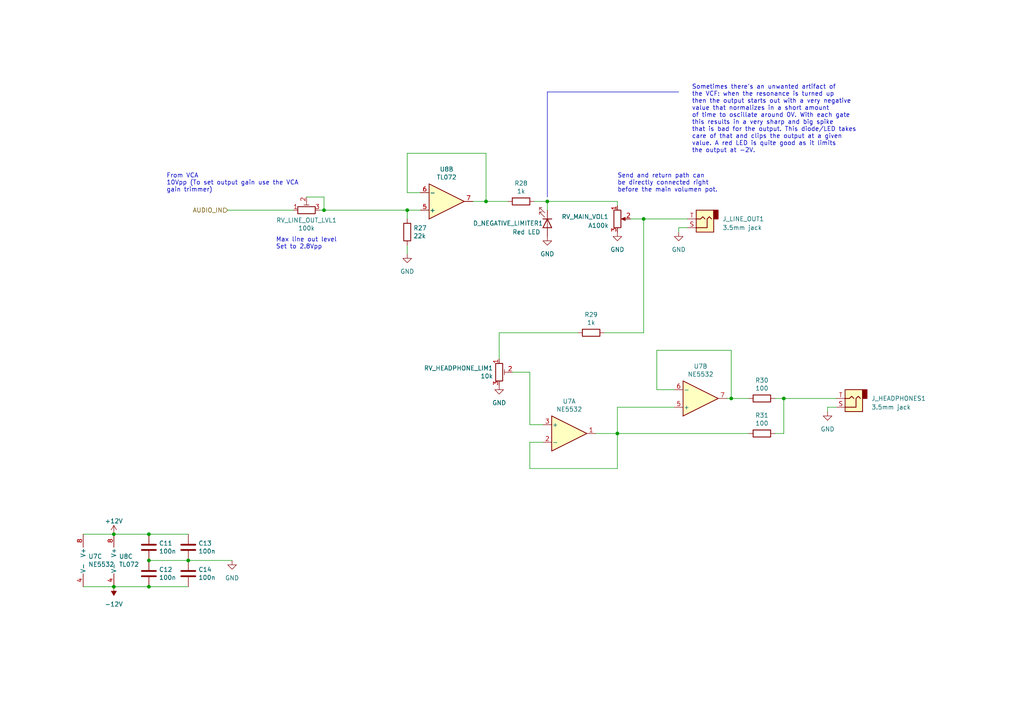
<source format=kicad_sch>
(kicad_sch (version 20230121) (generator eeschema)
  (paper "A4")
  (lib_symbols
    (symbol "+12V_1" (power) (pin_names (offset 0))
      (property "Value" "+12V_1" (at 0 3.556 0))
      (symbol "+12V_1_0_1"
        (polyline (pts (xy -0.762 1.27) (xy 0 2.54)))
        (polyline (pts (xy 0 0) (xy 0 2.54)))
        (polyline (pts (xy 0 2.54) (xy 0.762 1.27)))
      )
      (symbol "+12V_1_1_1"
        (pin power_in line (at 0 0 90) (length 0) hide (name "+12V") (number "1"))
      )
    )
    (symbol "Amplifier_Operational:NE5532" (pin_names (offset 0.127))
      (property "Reference" "U" (at 0 5.08 0))
      (property "Value" "NE5532" (at 0 -5.08 0))
      (symbol "NE5532_1_1"
        (polyline (pts (xy -5.08 5.08) (xy 5.08 0) (xy -5.08 -5.08) (xy -5.08 5.08)) (stroke (width 0.254)) (fill (type background)))
        (pin output line (at 7.62 0 180) (length 2.54) (name "~") (number "1"))
        (pin input line (at -7.62 -2.54 0) (length 2.54) (name "-") (number "2"))
        (pin input line (at -7.62 2.54 0) (length 2.54) (name "+") (number "3"))
      )
      (symbol "NE5532_2_1"
        (polyline (pts (xy -5.08 5.08) (xy 5.08 0) (xy -5.08 -5.08) (xy -5.08 5.08)) (stroke (width 0.254)) (fill (type background)))
        (pin input line (at -7.62 2.54 0) (length 2.54) (name "+") (number "5"))
        (pin input line (at -7.62 -2.54 0) (length 2.54) (name "-") (number "6"))
        (pin output line (at 7.62 0 180) (length 2.54) (name "~") (number "7"))
      )
      (symbol "NE5532_3_1"
        (pin power_in line (at -2.54 -7.62 90) (length 3.81) (name "V-") (number "4"))
        (pin power_in line (at -2.54 7.62 270) (length 3.81) (name "V+") (number "8"))
      )
    )
    (symbol "Amplifier_Operational:TL072" (pin_names (offset 0.127))
      (property "Reference" "U" (at 0 5.08 0))
      (property "Value" "TL072" (at 0 -5.08 0))
      (symbol "TL072_1_1"
        (polyline (pts (xy -5.08 5.08) (xy 5.08 0) (xy -5.08 -5.08) (xy -5.08 5.08)) (stroke (width 0.254)) (fill (type background)))
        (pin output line (at 7.62 0 180) (length 2.54) (name "~") (number "1"))
        (pin input line (at -7.62 -2.54 0) (length 2.54) (name "-") (number "2"))
        (pin input line (at -7.62 2.54 0) (length 2.54) (name "+") (number "3"))
      )
      (symbol "TL072_2_1"
        (polyline (pts (xy -5.08 5.08) (xy 5.08 0) (xy -5.08 -5.08) (xy -5.08 5.08)) (stroke (width 0.254)) (fill (type background)))
        (pin input line (at -7.62 2.54 0) (length 2.54) (name "+") (number "5"))
        (pin input line (at -7.62 -2.54 0) (length 2.54) (name "-") (number "6"))
        (pin output line (at 7.62 0 180) (length 2.54) (name "~") (number "7"))
      )
      (symbol "TL072_3_1"
        (pin power_in line (at -2.54 -7.62 90) (length 3.81) (name "V-") (number "4"))
        (pin power_in line (at -2.54 7.62 270) (length 3.81) (name "V+") (number "8"))
      )
    )
    (symbol "Connector_Audio:AudioJack2"
      (property "Reference" "J" (at 0 8.89 0))
      (property "Value" "AudioJack2" (at 0 6.35 0))
      (symbol "AudioJack2_0_1"
        (rectangle (start -3.81 0) (end -2.54 -2.54) (stroke (width 0.254)) (fill (type outline)))
        (rectangle (start -2.54 3.81) (end 2.54 -2.54) (stroke (width 0.254)) (fill (type background)))
        (polyline (pts (xy 0 0) (xy 0.635 -0.635) (xy 1.27 0) (xy 2.54 0)) (stroke (width 0.254)))
        (polyline (pts (xy 2.54 2.54) (xy -0.635 2.54) (xy -0.635 0) (xy -1.27 -0.635) (xy -1.905 0)) (stroke (width 0.254)))
      )
      (symbol "AudioJack2_1_1"
        (pin passive line (at 5.08 2.54 180) (length 2.54) (name "~") (number "S"))
        (pin passive line (at 5.08 0 180) (length 2.54) (name "~") (number "T"))
      )
    )
    (symbol "Device:C" (pin_numbers hide) (pin_names (offset 0.254))
      (property "Reference" "C" (at 0.635 2.54 0))
      (property "Value" "C" (at 0.635 -2.54 0))
      (symbol "C_0_1"
        (polyline (pts (xy -2.032 -0.762) (xy 2.032 -0.762)) (stroke (width 0.508)))
        (polyline (pts (xy -2.032 0.762) (xy 2.032 0.762)) (stroke (width 0.508)))
      )
      (symbol "C_1_1"
        (pin passive line (at 0 3.81 270) (length 2.794) (name "~") (number "1"))
        (pin passive line (at 0 -3.81 90) (length 2.794) (name "~") (number "2"))
      )
    )
    (symbol "Device:LED" (pin_numbers hide) (pin_names (offset 1.016) hide)
      (property "Reference" "D" (at 0 2.54 0))
      (property "Value" "LED" (at 0 -2.54 0))
      (symbol "LED_0_1"
        (polyline (pts (xy -1.27 -1.27) (xy -1.27 1.27)) (stroke (width 0.254)))
        (polyline (pts (xy -1.27 0) (xy 1.27 0)))
        (polyline (pts (xy 1.27 -1.27) (xy 1.27 1.27) (xy -1.27 0) (xy 1.27 -1.27)) (stroke (width 0.254)))
        (polyline (pts (xy -3.048 -0.762) (xy -4.572 -2.286) (xy -3.81 -2.286) (xy -4.572 -2.286) (xy -4.572 -1.524)))
        (polyline (pts (xy -1.778 -0.762) (xy -3.302 -2.286) (xy -2.54 -2.286) (xy -3.302 -2.286) (xy -3.302 -1.524)))
      )
      (symbol "LED_1_1"
        (pin passive line (at -3.81 0 0) (length 2.54) (name "K") (number "1"))
        (pin passive line (at 3.81 0 180) (length 2.54) (name "A") (number "2"))
      )
    )
    (symbol "Device:R" (pin_numbers hide) (pin_names (offset 0))
      (property "Reference" "R" (at 2.032 0 90))
      (property "Value" "R" (at 0 0 90))
      (symbol "R_0_1"
        (rectangle (start -1.016 -2.54) (end 1.016 2.54) (stroke (width 0.254)))
      )
      (symbol "R_1_1"
        (pin passive line (at 0 3.81 270) (length 1.27) (name "~") (number "1"))
        (pin passive line (at 0 -3.81 90) (length 1.27) (name "~") (number "2"))
      )
    )
    (symbol "Device:R_Potentiometer" (pin_names (offset 1.016) hide)
      (property "Reference" "RV" (at -4.445 0 90))
      (property "Value" "R_Potentiometer" (at -2.54 0 90))
      (symbol "R_Potentiometer_0_1"
        (polyline (pts (xy 2.54 0) (xy 1.524 0)))
        (polyline (pts (xy 1.143 0) (xy 2.286 0.508) (xy 2.286 -0.508) (xy 1.143 0)) (fill (type outline)))
        (rectangle (start 1.016 2.54) (end -1.016 -2.54) (stroke (width 0.254)))
      )
      (symbol "R_Potentiometer_1_1"
        (pin passive line (at 0 3.81 270) (length 1.27) (name "1") (number "1"))
        (pin passive line (at 3.81 0 180) (length 1.27) (name "2") (number "2"))
        (pin passive line (at 0 -3.81 90) (length 1.27) (name "3") (number "3"))
      )
    )
    (symbol "Device:R_Potentiometer_Trim" (pin_names (offset 1.016) hide)
      (property "Reference" "RV" (at -4.445 0 90))
      (property "Value" "R_Potentiometer_Trim" (at -2.54 0 90))
      (symbol "R_Potentiometer_Trim_0_1"
        (polyline (pts (xy 1.524 0.762) (xy 1.524 -0.762)))
        (polyline (pts (xy 2.54 0) (xy 1.524 0)))
        (rectangle (start 1.016 2.54) (end -1.016 -2.54) (stroke (width 0.254)))
      )
      (symbol "R_Potentiometer_Trim_1_1"
        (pin passive line (at 0 3.81 270) (length 1.27) (name "1") (number "1"))
        (pin passive line (at 3.81 0 180) (length 1.27) (name "2") (number "2"))
        (pin passive line (at 0 -3.81 90) (length 1.27) (name "3") (number "3"))
      )
    )
    (symbol "GND_1" (power) (pin_names (offset 0))
      (property "Value" "GND_1" (at 0 -3.81 0))
      (symbol "GND_1_0_1"
        (polyline (pts (xy 0 0) (xy 0 -1.27) (xy 1.27 -1.27) (xy 0 -2.54) (xy -1.27 -1.27) (xy 0 -1.27)))
      )
      (symbol "GND_1_1_1"
        (pin power_in line (at 0 0 270) (length 0) hide (name "GND") (number "1"))
      )
    )
    (symbol "GND_2" (power) (pin_names (offset 0))
      (property "Value" "GND_2" (at 0 -3.81 0))
      (symbol "GND_2_0_1"
        (polyline (pts (xy 0 0) (xy 0 -1.27) (xy 1.27 -1.27) (xy 0 -2.54) (xy -1.27 -1.27) (xy 0 -1.27)))
      )
      (symbol "GND_2_1_1"
        (pin power_in line (at 0 0 270) (length 0) hide (name "GND") (number "1"))
      )
    )
    (symbol "GND_3" (power) (pin_names (offset 0))
      (property "Value" "GND_3" (at 0 -3.81 0))
      (symbol "GND_3_0_1"
        (polyline (pts (xy 0 0) (xy 0 -1.27) (xy 1.27 -1.27) (xy 0 -2.54) (xy -1.27 -1.27) (xy 0 -1.27)))
      )
      (symbol "GND_3_1_1"
        (pin power_in line (at 0 0 270) (length 0) hide (name "GND") (number "1"))
      )
    )
    (symbol "GND_4" (power) (pin_names (offset 0))
      (property "Value" "GND_4" (at 0 -3.81 0))
      (symbol "GND_4_0_1"
        (polyline (pts (xy 0 0) (xy 0 -1.27) (xy 1.27 -1.27) (xy 0 -2.54) (xy -1.27 -1.27) (xy 0 -1.27)))
      )
      (symbol "GND_4_1_1"
        (pin power_in line (at 0 0 270) (length 0) hide (name "GND") (number "1"))
      )
    )
    (symbol "GND_5" (power) (pin_names (offset 0))
      (property "Value" "GND_5" (at 0 -3.81 0))
      (symbol "GND_5_0_1"
        (polyline (pts (xy 0 0) (xy 0 -1.27) (xy 1.27 -1.27) (xy 0 -2.54) (xy -1.27 -1.27) (xy 0 -1.27)))
      )
      (symbol "GND_5_1_1"
        (pin power_in line (at 0 0 270) (length 0) hide (name "GND") (number "1"))
      )
    )
    (symbol "power:-12V" (power) (pin_names (offset 0))
      (property "Value" "-12V" (at 0 3.81 0))
      (symbol "-12V_0_0"
        (pin power_in line (at 0 0 90) (length 0) hide (name "-12V") (number "1"))
      )
      (symbol "-12V_0_1"
        (polyline (pts (xy 0 0) (xy 0 1.27) (xy 0.762 1.27) (xy 0 2.54) (xy -0.762 1.27) (xy 0 1.27)) (fill (type outline)))
      )
    )
    (symbol "power:GND" (power) (pin_names (offset 0))
      (property "Value" "GND" (at 0 -3.81 0))
      (symbol "GND_0_1"
        (polyline (pts (xy 0 0) (xy 0 -1.27) (xy 1.27 -1.27) (xy 0 -2.54) (xy -1.27 -1.27) (xy 0 -1.27)))
      )
      (symbol "GND_1_1"
        (pin power_in line (at 0 0 270) (length 0) hide (name "GND") (number "1"))
      )
    )
  )
  (junction (at 140.97 58.42))
  (junction (at 43.18 162.56))
  (junction (at 227.33 115.57))
  (junction (at 158.75 58.42))
  (junction (at 212.09 115.57))
  (junction (at 43.18 170.18))
  (junction (at 33.02 170.18))
  (junction (at 43.18 154.94))
  (junction (at 54.61 162.56))
  (junction (at 33.02 154.94))
  (junction (at 179.07 125.73))
  (junction (at 186.69 63.5))
  (junction (at 93.98 60.96))
  (junction (at 118.11 60.96))
  (wire (pts (xy 212.09 101.6) (xy 212.09 115.57)))
  (wire (pts (xy 137.16 58.42) (xy 140.97 58.42)))
  (wire (pts (xy 190.5 101.6) (xy 212.09 101.6)))
  (wire (pts (xy 153.67 128.27) (xy 153.67 135.89)))
  (wire (pts (xy 43.18 170.18) (xy 33.02 170.18)))
  (wire (pts (xy 227.33 115.57) (xy 242.57 115.57)))
  (wire (pts (xy 227.33 115.57) (xy 227.33 125.73)))
  (wire (pts (xy 186.69 63.5) (xy 199.39 63.5)))
  (wire (pts (xy 182.88 63.5) (xy 186.69 63.5)))
  (wire (pts (xy 217.17 125.73) (xy 179.07 125.73)))
  (wire (pts (xy 224.79 125.73) (xy 227.33 125.73)))
  (wire (pts (xy 158.75 58.42) (xy 179.07 58.42)))
  (wire (pts (xy 118.11 44.45) (xy 140.97 44.45)))
  (wire (pts (xy 93.98 57.15) (xy 93.98 60.96)))
  (wire (pts (xy 144.78 96.52) (xy 144.78 104.14)))
  (wire (pts (xy 153.67 107.95) (xy 153.67 123.19)))
  (wire (pts (xy 121.92 60.96) (xy 118.11 60.96)))
  (wire (pts (xy 157.48 123.19) (xy 153.67 123.19)))
  (wire (pts (xy 157.48 128.27) (xy 153.67 128.27)))
  (polyline (pts (xy 196.85 26.67) (xy 158.75 26.67)))
  (wire (pts (xy 140.97 44.45) (xy 140.97 58.42)))
  (wire (pts (xy 118.11 60.96) (xy 118.11 63.5)))
  (wire (pts (xy 224.79 115.57) (xy 227.33 115.57)))
  (wire (pts (xy 92.71 60.96) (xy 93.98 60.96)))
  (wire (pts (xy 179.07 118.11) (xy 179.07 125.73)))
  (wire (pts (xy 148.59 107.95) (xy 153.67 107.95)))
  (wire (pts (xy 153.67 135.89) (xy 179.07 135.89)))
  (polyline (pts (xy 158.75 26.67) (xy 158.75 57.15)))
  (wire (pts (xy 54.61 154.94) (xy 43.18 154.94)))
  (wire (pts (xy 33.02 154.94) (xy 24.13 154.94)))
  (wire (pts (xy 66.04 60.96) (xy 85.09 60.96)))
  (wire (pts (xy 186.69 63.5) (xy 186.69 96.52)))
  (wire (pts (xy 54.61 162.56) (xy 43.18 162.56)))
  (wire (pts (xy 217.17 115.57) (xy 212.09 115.57)))
  (wire (pts (xy 158.75 58.42) (xy 154.94 58.42)))
  (wire (pts (xy 118.11 55.88) (xy 121.92 55.88)))
  (wire (pts (xy 24.13 170.18) (xy 33.02 170.18)))
  (wire (pts (xy 88.9 57.15) (xy 93.98 57.15)))
  (wire (pts (xy 93.98 60.96) (xy 118.11 60.96)))
  (wire (pts (xy 43.18 154.94) (xy 33.02 154.94)))
  (wire (pts (xy 240.03 118.11) (xy 240.03 119.38)))
  (wire (pts (xy 144.78 96.52) (xy 167.64 96.52)))
  (wire (pts (xy 212.09 115.57) (xy 210.82 115.57)))
  (wire (pts (xy 54.61 162.56) (xy 67.31 162.56)))
  (wire (pts (xy 179.07 125.73) (xy 172.72 125.73)))
  (wire (pts (xy 118.11 55.88) (xy 118.11 44.45)))
  (wire (pts (xy 179.07 58.42) (xy 179.07 59.69)))
  (wire (pts (xy 190.5 113.03) (xy 190.5 101.6)))
  (wire (pts (xy 158.75 58.42) (xy 158.75 60.96)))
  (wire (pts (xy 43.18 170.18) (xy 54.61 170.18)))
  (wire (pts (xy 195.58 118.11) (xy 179.07 118.11)))
  (wire (pts (xy 242.57 118.11) (xy 240.03 118.11)))
  (wire (pts (xy 199.39 66.04) (xy 196.85 66.04)))
  (wire (pts (xy 175.26 96.52) (xy 186.69 96.52)))
  (wire (pts (xy 196.85 66.04) (xy 196.85 67.31)))
  (wire (pts (xy 195.58 113.03) (xy 190.5 113.03)))
  (wire (pts (xy 118.11 71.12) (xy 118.11 73.66)))
  (wire (pts (xy 179.07 135.89) (xy 179.07 125.73)))
  (wire (pts (xy 147.32 58.42) (xy 140.97 58.42)))
  (text "Sometimes there's an unwanted artifact of \nthe VCF: when the resonance is turned up\nthen the output starts out with a very negative\nvalue that normalizes in a short amount\nof time to oscillate around 0V. With each gate\nthis results in a very sharp and big spike\nthat is bad for the output. This diode/LED takes\ncare of that and clips the output at a given \nvalue. A red LED is quite good as it limits\nthe output at -2V." (at 200.66 44.45 0) (effects (font (size 1.27 1.27)) (justify left bottom)))
  (text "Send and return path can \nbe directly connected right\nbefore the main volumen pot." (at 179.07 55.88 0) (effects (font (size 1.27 1.27)) (justify left bottom)))
  (text "Max line out level\nSet to 2.8Vpp" (at 80.01 72.39 0) (effects (font (size 1.27 1.27)) (justify left bottom)))
  (text "From VCA\n10Vpp (To set output gain use the VCA \ngain trimmer)" (at 48.26 55.88 0) (effects (font (size 1.27 1.27)) (justify left bottom)))
  (hierarchical_label "AUDIO_IN" (shape input) (at 66.04 60.96 180))
  (symbol (lib_id "Device:R") (at 151.13 58.42 270) (unit 1)
    (property "Reference" "R28" (at 151.13 53.1622 90))
    (property "Value" "1k" (at 151.13 55.4736 90))
    (property "Footprint" "Shmoergh_Custom_Footprints:R_Axial_DIN0207_L6.3mm_D2.5mm_P7.62mm_Horizontal" (effects hide))
    (instances (project "shmoergh-funk-live-control" (path "" (reference "R28") (unit 1))) (project "hog-f1-control" (path "" (reference "R?") (unit 1))))
  )
  (symbol (lib_id "Amplifier_Operational:TL072") (at 35.56 162.56 0) (unit 3)
    (property "Reference" "U8" (at 34.4932 161.3916 0) (effects (justify left)))
    (property "Value" "TL072" (at 34.4932 163.703 0) (effects (justify left)))
    (property "Footprint" "PCM_Package_DIP_AKL:DIP-8_W7.62mm_LongPads" (effects hide))
    (property "Datasheet" "http://www.ti.com/lit/ds/symlink/tl071.pdf" (effects hide))
    (instances (project "shmoergh-funk-live-control" (path "" (reference "U8") (unit 3))) (project "hog-f1-control" (path "" (reference "U?") (unit 3))))
  )
  (symbol (lib_id "Device:R") (at 118.11 67.31 0) (unit 1)
    (property "Reference" "R27" (at 119.888 66.1416 0) (effects (justify left)))
    (property "Value" "22k" (at 119.888 68.453 0) (effects (justify left)))
    (property "Footprint" "Shmoergh_Custom_Footprints:R_Axial_DIN0207_L6.3mm_D2.5mm_P7.62mm_Horizontal" (effects hide))
    (instances (project "shmoergh-funk-live-control" (path "" (reference "R27") (unit 1))) (project "hog-f1-control" (path "" (reference "R?") (unit 1))))
  )
  (symbol (lib_name "GND_5") (lib_id "power:GND") (at 118.11 73.66 0) (unit 1)
    (property "Reference" "#PWR036" (effects hide))
    (property "Value" "GND" (at 118.11 78.74 0))
  )
  (symbol (lib_id "Connector_Audio:AudioJack2") (at 204.47 63.5 180) (unit 1)
    (property "Reference" "J_LINE_OUT1" (at 209.55 63.5 0) (effects (justify right)))
    (property "Value" "3.5mm jack" (at 209.55 66.04 0) (effects (justify right)))
    (property "Footprint" "Shmoergh_Custom_Footprints:NSL25_01x02_Vertical-AudioJack-TS" (effects hide))
  )
  (symbol (lib_id "Device:R") (at 220.98 115.57 270) (unit 1)
    (property "Reference" "R30" (at 220.98 110.3122 90))
    (property "Value" "100" (at 220.98 112.6236 90))
    (property "Footprint" "Shmoergh_Custom_Footprints:R_Axial_DIN0207_L6.3mm_D2.5mm_P7.62mm_Horizontal" (effects hide))
    (instances (project "shmoergh-funk-live-control" (path "" (reference "R30") (unit 1))) (project "hog-f1-control" (path "" (reference "R?") (unit 1))))
  )
  (symbol (lib_id "Amplifier_Operational:NE5532") (at 203.2 115.57 0) (mirror x) (unit 2)
    (property "Reference" "U7" (at 203.2 106.2482 0))
    (property "Value" "NE5532" (at 203.2 108.5596 0))
    (property "Footprint" "PCM_Package_DIP_AKL:DIP-8_W7.62mm_LongPads" (effects hide))
    (property "Datasheet" "http://www.ti.com/lit/ds/symlink/ne5532.pdf" (effects hide))
    (instances (project "shmoergh-funk-live-control" (path "" (reference "U7") (unit 2))) (project "hog-f1-control" (path "" (reference "U?") (unit 2))))
  )
  (symbol (lib_id "Device:R_Potentiometer") (at 179.07 63.5 0) (unit 1)
    (property "Reference" "RV_MAIN_VOL1" (at 176.53 62.865 0) (effects (justify right)))
    (property "Value" "A100k" (at 176.53 65.405 0) (effects (justify right)))
    (property "Footprint" "Shmoergh_Custom_Footprints:NSL25_01x03_Vertical" (effects hide))
  )
  (symbol (lib_id "Device:R") (at 220.98 125.73 270) (unit 1)
    (property "Reference" "R31" (at 220.98 120.4722 90))
    (property "Value" "100" (at 220.98 122.7836 90))
    (property "Footprint" "Shmoergh_Custom_Footprints:R_Axial_DIN0207_L6.3mm_D2.5mm_P7.62mm_Horizontal" (effects hide))
    (instances (project "shmoergh-funk-live-control" (path "" (reference "R31") (unit 1))) (project "hog-f1-control" (path "" (reference "R?") (unit 1))))
  )
  (symbol (lib_id "power:GND") (at 158.75 68.58 0) (unit 1)
    (property "Reference" "#PWR038" (effects hide))
    (property "Value" "GND" (at 158.75 73.66 0))
  )
  (symbol (lib_name "GND_3") (lib_id "power:GND") (at 67.31 162.56 0) (unit 1)
    (property "Reference" "#PWR035" (effects hide))
    (property "Value" "GND" (at 67.31 167.64 0))
  )
  (symbol (lib_id "Connector_Audio:AudioJack2") (at 247.65 115.57 180) (unit 1)
    (property "Reference" "J_HEADPHONES1" (at 252.73 115.57 0) (effects (justify right)))
    (property "Value" "3.5mm jack" (at 252.73 118.11 0) (effects (justify right)))
    (property "Footprint" "Shmoergh_Custom_Footprints:NSL25_01x02_Vertical-AudioJack-TS" (effects hide))
  )
  (symbol (lib_name "GND_1") (lib_id "power:GND") (at 240.03 119.38 0) (unit 1)
    (property "Reference" "#PWR041" (effects hide))
    (property "Value" "GND" (at 240.03 124.46 0))
  )
  (symbol (lib_id "Device:C") (at 54.61 166.37 0) (unit 1)
    (property "Reference" "C14" (at 57.531 165.2016 0) (effects (justify left)))
    (property "Value" "100n" (at 57.531 167.513 0) (effects (justify left)))
    (property "Footprint" "Capacitor_THT:C_Disc_D3.0mm_W2.0mm_P2.50mm" (effects hide))
    (instances (project "shmoergh-funk-live-control" (path "" (reference "C14") (unit 1))) (project "hog-f1-control" (path "" (reference "C?") (unit 1))))
  )
  (symbol (lib_id "Device:R_Potentiometer_Trim") (at 88.9 60.96 90) (unit 1)
    (property "Reference" "RV_LINE_OUT_LVL1" (at 88.9 63.881 90))
    (property "Value" "100k" (at 88.9 66.1924 90))
    (property "Footprint" "Potentiometer_THT:Potentiometer_Runtron_RM-065_Vertical" (effects hide))
    (instances (project "shmoergh-funk-live-control" (path "" (reference "RV_LINE_OUT_LVL1") (unit 1))) (project "hog-f1-control" (path "" (reference "RV_LINE_OUT_LVL?") (unit 1))))
  )
  (symbol (lib_id "Device:LED") (at 158.75 64.77 270) (unit 1)
    (property "Reference" "D_NEGATIVE_LIMITER1" (at 137.16 64.77 90) (effects (justify left)))
    (property "Value" "Red LED" (at 148.59 67.31 90) (effects (justify left)))
    (property "Footprint" "LED_THT:LED_D5.0mm" (effects hide))
    (instances (project "shmoergh-funk-live-control" (path "" (reference "D_NEGATIVE_LIMITER1") (unit 1))) (project "hog-f1-control" (path "" (reference "D_NEGATIVE_LIMITER?") (unit 1))))
  )
  (symbol (lib_name "GND_4") (lib_id "power:GND") (at 144.78 111.76 0) (unit 1)
    (property "Reference" "#PWR037" (effects hide))
    (property "Value" "GND" (at 144.78 116.84 0))
  )
  (symbol (lib_id "Device:R") (at 171.45 96.52 270) (unit 1)
    (property "Reference" "R29" (at 171.45 91.2622 90))
    (property "Value" "1k" (at 171.45 93.5736 90))
    (property "Footprint" "Shmoergh_Custom_Footprints:R_Axial_DIN0207_L6.3mm_D2.5mm_P7.62mm_Horizontal" (effects hide))
    (instances (project "shmoergh-funk-live-control" (path "" (reference "R29") (unit 1))) (project "hog-f1-control" (path "" (reference "R?") (unit 1))))
  )
  (symbol (lib_id "Device:C") (at 43.18 166.37 0) (unit 1)
    (property "Reference" "C12" (at 46.101 165.2016 0) (effects (justify left)))
    (property "Value" "100n" (at 46.101 167.513 0) (effects (justify left)))
    (property "Footprint" "Capacitor_THT:C_Disc_D3.0mm_W2.0mm_P2.50mm" (effects hide))
    (instances (project "shmoergh-funk-live-control" (path "" (reference "C12") (unit 1))) (project "hog-f1-control" (path "" (reference "C?") (unit 1))))
  )
  (symbol (lib_name "+12V_1") (lib_id "power:+12V") (at 33.02 154.94 0) (unit 1)
    (property "Reference" "#PWR033" (effects hide))
    (property "Value" "+12V" (at 33.02 151.13 0))
  )
  (symbol (lib_id "Amplifier_Operational:TL072") (at 129.54 58.42 0) (mirror x) (unit 2)
    (property "Reference" "U8" (at 129.54 49.0982 0))
    (property "Value" "TL072" (at 129.54 51.4096 0))
    (property "Footprint" "PCM_Package_DIP_AKL:DIP-8_W7.62mm_LongPads" (effects hide))
    (property "Datasheet" "http://www.ti.com/lit/ds/symlink/tl071.pdf" (effects hide))
    (instances (project "shmoergh-funk-live-control" (path "" (reference "U8") (unit 2))) (project "hog-f1-control" (path "" (reference "U?") (unit 2))))
  )
  (symbol (lib_id "power:-12V") (at 33.02 170.18 180) (unit 1)
    (property "Reference" "#PWR034" (effects hide))
    (property "Value" "-12V" (at 33.02 175.26 0))
  )
  (symbol (lib_name "GND_1") (lib_id "power:GND") (at 196.85 67.31 0) (unit 1)
    (property "Reference" "#PWR040" (effects hide))
    (property "Value" "GND" (at 196.85 72.39 0))
  )
  (symbol (lib_id "Device:C") (at 54.61 158.75 0) (unit 1)
    (property "Reference" "C13" (at 57.531 157.5816 0) (effects (justify left)))
    (property "Value" "100n" (at 57.531 159.893 0) (effects (justify left)))
    (property "Footprint" "Capacitor_THT:C_Disc_D3.0mm_W2.0mm_P2.50mm" (effects hide))
    (instances (project "shmoergh-funk-live-control" (path "" (reference "C13") (unit 1))) (project "hog-f1-control" (path "" (reference "C?") (unit 1))))
  )
  (symbol (lib_id "Device:C") (at 43.18 158.75 0) (unit 1)
    (property "Reference" "C11" (at 46.101 157.5816 0) (effects (justify left)))
    (property "Value" "100n" (at 46.101 159.893 0) (effects (justify left)))
    (property "Footprint" "Capacitor_THT:C_Disc_D3.0mm_W2.0mm_P2.50mm" (effects hide))
    (instances (project "shmoergh-funk-live-control" (path "" (reference "C11") (unit 1))) (project "hog-f1-control" (path "" (reference "C?") (unit 1))))
  )
  (symbol (lib_id "Device:R_Potentiometer_Trim") (at 144.78 107.95 0) (unit 1)
    (property "Reference" "RV_HEADPHONE_LIM1" (at 143.002 106.7816 0) (effects (justify right)))
    (property "Value" "10k" (at 143.002 109.093 0) (effects (justify right)))
    (property "Footprint" "Potentiometer_THT:Potentiometer_Runtron_RM-065_Vertical" (effects hide))
    (instances (project "shmoergh-funk-live-control" (path "" (reference "RV_HEADPHONE_LIM1") (unit 1))) (project "hog-f1-control" (path "" (reference "RV_HEADPHONE_LIM?") (unit 1))))
  )
  (symbol (lib_id "Amplifier_Operational:NE5532") (at 26.67 162.56 0) (unit 3)
    (property "Reference" "U7" (at 25.6032 161.3916 0) (effects (justify left)))
    (property "Value" "NE5532" (at 25.6032 163.703 0) (effects (justify left)))
    (property "Footprint" "PCM_Package_DIP_AKL:DIP-8_W7.62mm_LongPads" (effects hide))
    (property "Datasheet" "http://www.ti.com/lit/ds/symlink/ne5532.pdf" (effects hide))
    (instances (project "shmoergh-funk-live-control" (path "" (reference "U7") (unit 3))) (project "hog-f1-control" (path "" (reference "U?") (unit 3))))
  )
  (symbol (lib_id "Amplifier_Operational:NE5532") (at 165.1 125.73 0) (unit 1)
    (property "Reference" "U7" (at 165.1 116.4082 0))
    (property "Value" "NE5532" (at 165.1 118.7196 0))
    (property "Footprint" "PCM_Package_DIP_AKL:DIP-8_W7.62mm_LongPads" (effects hide))
    (property "Datasheet" "http://www.ti.com/lit/ds/symlink/ne5532.pdf" (effects hide))
    (instances (project "shmoergh-funk-live-control" (path "" (reference "U7") (unit 1))) (project "hog-f1-control" (path "" (reference "U?") (unit 1))))
  )
  (symbol (lib_name "GND_2") (lib_id "power:GND") (at 179.07 67.31 0) (unit 1)
    (property "Reference" "#PWR039" (effects hide))
    (property "Value" "GND" (at 179.07 72.39 0))
  )
)
</source>
